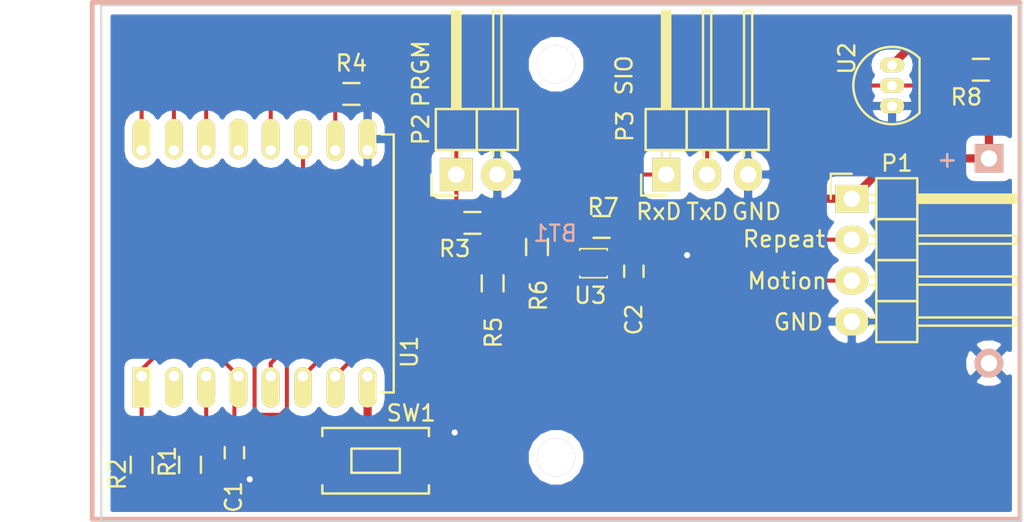
<source format=kicad_pcb>
(kicad_pcb (version 4) (host pcbnew 0.201507310902+6023~28~ubuntu14.04.1-product)

  (general
    (links 43)
    (no_connects 0)
    (area 33.499499 84.499499 110.000501 133.000501)
    (thickness 1.6)
    (drawings 18)
    (tracks 117)
    (zones 0)
    (modules 20)
    (nets 20)
  )

  (page USLetter)
  (layers
    (0 F.Cu signal)
    (31 B.Cu signal)
    (32 B.Adhes user hide)
    (33 F.Adhes user hide)
    (34 B.Paste user hide)
    (35 F.Paste user hide)
    (36 B.SilkS user hide)
    (37 F.SilkS user)
    (38 B.Mask user hide)
    (39 F.Mask user hide)
    (40 Dwgs.User user hide)
    (41 Cmts.User user hide)
    (42 Eco1.User user hide)
    (43 Eco2.User user hide)
    (44 Edge.Cuts user)
    (45 Margin user)
    (46 B.CrtYd user hide)
    (47 F.CrtYd user hide)
    (48 B.Fab user hide)
    (49 F.Fab user hide)
  )

  (setup
    (last_trace_width 0.25)
    (trace_clearance 0.2)
    (zone_clearance 0.508)
    (zone_45_only no)
    (trace_min 0.1524)
    (segment_width 0.127)
    (edge_width 0.127)
    (via_size 0.7366)
    (via_drill 0.381)
    (via_min_size 0.3302)
    (via_min_drill 0.3302)
    (uvia_size 0.3)
    (uvia_drill 0.1)
    (uvias_allowed no)
    (uvia_min_size 0)
    (uvia_min_drill 0)
    (pcb_text_width 0.127)
    (pcb_text_size 0.6 0.6)
    (mod_edge_width 0.127)
    (mod_text_size 0.6 0.6)
    (mod_text_width 0.127)
    (pad_size 1.524 1.524)
    (pad_drill 0.762)
    (pad_to_mask_clearance 0.05)
    (aux_axis_origin 0 0)
    (visible_elements FFFEFF3F)
    (pcbplotparams
      (layerselection 0x00030_80000001)
      (usegerberextensions false)
      (excludeedgelayer true)
      (linewidth 0.100000)
      (plotframeref false)
      (viasonmask false)
      (mode 1)
      (useauxorigin false)
      (hpglpennumber 1)
      (hpglpenspeed 20)
      (hpglpendiameter 15)
      (hpglpenoverlay 2)
      (psnegative false)
      (psa4output false)
      (plotreference true)
      (plotvalue true)
      (plotinvisibletext false)
      (padsonsilk false)
      (subtractmaskfromsilk false)
      (outputformat 1)
      (mirror false)
      (drillshape 1)
      (scaleselection 1)
      (outputdirectory ""))
  )

  (net 0 "")
  (net 1 VCC)
  (net 2 GND)
  (net 3 "Net-(C1-Pad1)")
  (net 4 /SMD_VDD)
  (net 5 /SMD_GND)
  (net 6 /PIR-Motion)
  (net 7 /PIR-Repeat)
  (net 8 "Net-(P2-Pad1)")
  (net 9 "Net-(P3-Pad1)")
  (net 10 "Net-(P3-Pad2)")
  (net 11 "Net-(R1-Pad2)")
  (net 12 "Net-(R4-Pad1)")
  (net 13 /I2C_SDA)
  (net 14 /I2C_SCL)
  (net 15 "Net-(R7-Pad2)")
  (net 16 "Net-(R8-Pad2)")
  (net 17 "Net-(U1-Pad2)")
  (net 18 "Net-(U1-Pad13)")
  (net 19 "Net-(U3-Pad3)")

  (net_class Default "This is the default net class."
    (clearance 0.2)
    (trace_width 0.25)
    (via_dia 0.7366)
    (via_drill 0.381)
    (uvia_dia 0.3)
    (uvia_drill 0.1)
    (add_net /I2C_SCL)
    (add_net /I2C_SDA)
    (add_net /PIR-Motion)
    (add_net /PIR-Repeat)
    (add_net /SMD_GND)
    (add_net /SMD_VDD)
    (add_net "Net-(C1-Pad1)")
    (add_net "Net-(P2-Pad1)")
    (add_net "Net-(P3-Pad1)")
    (add_net "Net-(P3-Pad2)")
    (add_net "Net-(R1-Pad2)")
    (add_net "Net-(R4-Pad1)")
    (add_net "Net-(R7-Pad2)")
    (add_net "Net-(R8-Pad2)")
    (add_net "Net-(U1-Pad13)")
    (add_net "Net-(U1-Pad2)")
    (add_net "Net-(U3-Pad3)")
  )

  (net_class Minimum ""
    (clearance 0.1524)
    (trace_width 0.1524)
    (via_dia 0.6858)
    (via_drill 0.3302)
    (uvia_dia 0.3)
    (uvia_drill 0.1)
  )

  (net_class PWR ""
    (clearance 0.2)
    (trace_width 0.508)
    (via_dia 0.7366)
    (via_drill 0.381)
    (uvia_dia 0.3)
    (uvia_drill 0.1)
    (add_net GND)
    (add_net VCC)
  )

  (module ESP-12 locked (layer F.Cu) (tedit 55BE5912) (tstamp 556A4053)
    (at 47.5 113.5 90)
    (descr "Module, ESP-8266, ESP-12, 16 pad, SMD")
    (tags "Module ESP-8266 ESP8266")
    (path /553B1129)
    (fp_text reference U1 (at 1.5 16.6 90) (layer F.SilkS)
      (effects (font (size 1 1) (thickness 0.15)))
    )
    (fp_text value ESP-12 (at 6.992 1 90) (layer F.Fab)
      (effects (font (size 1 1) (thickness 0.15)))
    )
    (fp_line (start -2.25 -0.5) (end -2.25 -8.75) (layer F.CrtYd) (width 0.05))
    (fp_line (start -2.25 -8.75) (end 15.25 -8.75) (layer F.CrtYd) (width 0.05))
    (fp_line (start 15.25 -8.75) (end 16.25 -8.75) (layer F.CrtYd) (width 0.05))
    (fp_line (start 16.25 -8.75) (end 16.25 16) (layer F.CrtYd) (width 0.05))
    (fp_line (start 16.25 16) (end -2.25 16) (layer F.CrtYd) (width 0.05))
    (fp_line (start -2.25 16) (end -2.25 -0.5) (layer F.CrtYd) (width 0.05))
    (fp_line (start -1.016 -8.382) (end 14.986 -8.382) (layer F.CrtYd) (width 0.1524))
    (fp_line (start 14.986 -8.382) (end 14.986 -0.889) (layer F.CrtYd) (width 0.1524))
    (fp_line (start -1.016 -8.382) (end -1.016 -1.016) (layer F.CrtYd) (width 0.1524))
    (fp_line (start -1.016 14.859) (end -1.016 15.621) (layer F.SilkS) (width 0.1524))
    (fp_line (start -1.016 15.621) (end 14.986 15.621) (layer F.SilkS) (width 0.1524))
    (fp_line (start 14.986 15.621) (end 14.986 14.859) (layer F.SilkS) (width 0.1524))
    (fp_line (start 14.992 -8.4) (end -1.008 -2.6) (layer F.CrtYd) (width 0.1524))
    (fp_line (start -1.008 -8.4) (end 14.992 -2.6) (layer F.CrtYd) (width 0.1524))
    (fp_text user "No Copper" (at 6.892 -5.4 90) (layer F.CrtYd)
      (effects (font (size 1 1) (thickness 0.15)))
    )
    (fp_line (start -1.008 -2.6) (end 14.992 -2.6) (layer F.CrtYd) (width 0.1524))
    (fp_line (start 15 -8.4) (end 15 15.6) (layer F.Fab) (width 0.05))
    (fp_line (start 14.992 15.6) (end -1.008 15.6) (layer F.Fab) (width 0.05))
    (fp_line (start -1.008 15.6) (end -1.008 -8.4) (layer F.Fab) (width 0.05))
    (fp_line (start -1.008 -8.4) (end 14.992 -8.4) (layer F.Fab) (width 0.05))
    (pad 1 thru_hole rect (at 0 0 90) (size 2.5 1.1) (drill 0.65 (offset -0.7 0)) (layers *.Cu *.Mask F.SilkS)
      (net 3 "Net-(C1-Pad1)"))
    (pad 2 thru_hole oval (at 0 2 90) (size 2.5 1.1) (drill 0.65 (offset -0.7 0)) (layers *.Cu *.Mask F.SilkS)
      (net 17 "Net-(U1-Pad2)"))
    (pad 3 thru_hole oval (at 0 4 90) (size 2.5 1.1) (drill 0.65 (offset -0.7 0)) (layers *.Cu *.Mask F.SilkS)
      (net 11 "Net-(R1-Pad2)"))
    (pad 4 thru_hole oval (at 0 6 90) (size 2.5 1.1) (drill 0.65 (offset -0.7 0)) (layers *.Cu *.Mask F.SilkS)
      (net 3 "Net-(C1-Pad1)"))
    (pad 5 thru_hole oval (at 0 8 90) (size 2.5 1.1) (drill 0.65 (offset -0.7 0)) (layers *.Cu *.Mask F.SilkS)
      (net 14 /I2C_SCL))
    (pad 6 thru_hole oval (at 0 10 90) (size 2.5 1.1) (drill 0.65 (offset -0.7 0)) (layers *.Cu *.Mask F.SilkS)
      (net 7 /PIR-Repeat))
    (pad 7 thru_hole oval (at 0 12 90) (size 2.5 1.1) (drill 0.65 (offset -0.7 0)) (layers *.Cu *.Mask F.SilkS)
      (net 6 /PIR-Motion))
    (pad 8 thru_hole oval (at 0 14 90) (size 2.5 1.1) (drill 0.65 (offset -0.7 0)) (layers *.Cu *.Mask F.SilkS)
      (net 1 VCC))
    (pad 9 thru_hole oval (at 14 14 90) (size 2.5 1.1) (drill 0.65 (offset 0.7 0)) (layers *.Cu *.Mask F.SilkS)
      (net 2 GND))
    (pad 10 thru_hole oval (at 14 12 90) (size 2.5 1.1) (drill 0.65 (offset 0.6 0)) (layers *.Cu *.Mask F.SilkS)
      (net 12 "Net-(R4-Pad1)"))
    (pad 11 thru_hole oval (at 14 10 90) (size 2.5 1.1) (drill 0.65 (offset 0.7 0)) (layers *.Cu *.Mask F.SilkS)
      (net 13 /I2C_SDA))
    (pad 12 thru_hole oval (at 14 8 90) (size 2.5 1.1) (drill 0.65 (offset 0.7 0)) (layers *.Cu *.Mask F.SilkS)
      (net 8 "Net-(P2-Pad1)"))
    (pad 13 thru_hole oval (at 14 6 90) (size 2.5 1.1) (drill 0.65 (offset 0.7 0)) (layers *.Cu *.Mask F.SilkS)
      (net 18 "Net-(U1-Pad13)"))
    (pad 14 thru_hole oval (at 14 4 90) (size 2.5 1.1) (drill 0.65 (offset 0.7 0)) (layers *.Cu *.Mask F.SilkS)
      (net 16 "Net-(R8-Pad2)"))
    (pad 15 thru_hole oval (at 14 2 90) (size 2.5 1.1) (drill 0.65 (offset 0.7 0)) (layers *.Cu *.Mask F.SilkS)
      (net 9 "Net-(P3-Pad1)"))
    (pad 16 thru_hole oval (at 14 0 90) (size 2.5 1.1) (drill 0.65 (offset 0.7 0)) (layers *.Cu *.Mask F.SilkS)
      (net 10 "Net-(P3-Pad2)"))
    (model ${ESPLIB}/ESP8266.3dshapes/ESP-12.wrl
      (at (xyz 0 0 0))
      (scale (xyz 0.3937 0.3937 0.3937))
      (rotate (xyz 0 0 0))
    )
  )

  (module Battery_Holders:BA2AAPC locked (layer B.Cu) (tedit 5562AEAD) (tstamp 556A3FDC)
    (at 100 100)
    (path /553B11A0)
    (fp_text reference BT1 (at -26.87976 4.65) (layer B.SilkS)
      (effects (font (size 1 1) (thickness 0.15)) (justify mirror))
    )
    (fp_text value 3v (at -27.07976 7.95) (layer B.Fab)
      (effects (font (size 1 1) (thickness 0.15)) (justify mirror))
    )
    (fp_text user + (at -2.57976 0.05) (layer F.SilkS)
      (effects (font (size 1 1) (thickness 0.15)))
    )
    (fp_text user + (at -2.57976 0.05) (layer B.SilkS)
      (effects (font (size 1 1) (thickness 0.15)) (justify mirror))
    )
    (fp_line (start 1.92024 -9.675) (end -55.55976 -9.675) (layer B.SilkS) (width 0.3))
    (fp_line (start -55.55976 22.375) (end -55.55976 -9.675) (layer B.SilkS) (width 0.3))
    (fp_line (start 1.92024 22.375) (end -55.55976 22.375) (layer B.SilkS) (width 0.3))
    (fp_line (start 1.92024 22.375) (end 1.92024 -9.675) (layer B.SilkS) (width 0.3))
    (pad 1 thru_hole rect (at 0.00024 0) (size 1.782 1.782) (drill 1.02) (layers *.Cu *.Mask B.SilkS)
      (net 1 VCC))
    (pad 2 thru_hole circle (at 0.00024 12.7) (size 1.782 1.782) (drill 1.02) (layers *.Cu *.Mask B.SilkS)
      (net 2 GND))
    (pad 3 thru_hole circle (at -26.82 -5.84) (size 2.36 2.36) (drill 2.36) (layers *.Cu *.Mask B.SilkS))
    (pad 4 thru_hole circle (at -26.82 18.54) (size 2.36 2.36) (drill 2.36) (layers *.Cu *.Mask B.SilkS))
    (model /home/jerry/kicad/modules/packages3d/BA2AAPC.wrl
      (at (xyz -1.06 0.25 -0.202))
      (scale (xyz 0.3937 0.3937 0.3937))
      (rotate (xyz -90 0 180))
    )
  )

  (module Capacitors_SMD:C_0603_HandSoldering (layer F.Cu) (tedit 556A94A8) (tstamp 556A3FE2)
    (at 53.25 118.25 270)
    (descr "Capacitor SMD 0603, hand soldering")
    (tags "capacitor 0603")
    (path /553B198B)
    (attr smd)
    (fp_text reference C1 (at 2.75 0.05 270) (layer F.SilkS)
      (effects (font (size 1 1) (thickness 0.15)))
    )
    (fp_text value "0.1 uF" (at 0 1.9 270) (layer F.Fab)
      (effects (font (size 1 1) (thickness 0.15)))
    )
    (fp_line (start -1.85 -0.75) (end 1.85 -0.75) (layer F.CrtYd) (width 0.05))
    (fp_line (start -1.85 0.75) (end 1.85 0.75) (layer F.CrtYd) (width 0.05))
    (fp_line (start -1.85 -0.75) (end -1.85 0.75) (layer F.CrtYd) (width 0.05))
    (fp_line (start 1.85 -0.75) (end 1.85 0.75) (layer F.CrtYd) (width 0.05))
    (fp_line (start -0.35 -0.6) (end 0.35 -0.6) (layer F.SilkS) (width 0.15))
    (fp_line (start 0.35 0.6) (end -0.35 0.6) (layer F.SilkS) (width 0.15))
    (pad 1 smd rect (at -0.95 0 270) (size 1.2 0.75) (layers F.Cu F.Paste F.Mask)
      (net 3 "Net-(C1-Pad1)"))
    (pad 2 smd rect (at 0.95 0 270) (size 1.2 0.75) (layers F.Cu F.Paste F.Mask)
      (net 2 GND))
    (model Capacitors_SMD.3dshapes/C_0603_HandSoldering.wrl
      (at (xyz 0 0 0))
      (scale (xyz 1 1 1))
      (rotate (xyz 0 0 0))
    )
  )

  (module Capacitors_SMD:C_0603_HandSoldering (layer F.Cu) (tedit 556A9507) (tstamp 556A3FE8)
    (at 78 107 90)
    (descr "Capacitor SMD 0603, hand soldering")
    (tags "capacitor 0603")
    (path /55BD7234)
    (attr smd)
    (fp_text reference C2 (at -3 0 90) (layer F.SilkS)
      (effects (font (size 1 1) (thickness 0.15)))
    )
    (fp_text value "0.1 uF" (at 0 1.9 90) (layer F.Fab)
      (effects (font (size 1 1) (thickness 0.15)))
    )
    (fp_line (start -1.85 -0.75) (end 1.85 -0.75) (layer F.CrtYd) (width 0.05))
    (fp_line (start -1.85 0.75) (end 1.85 0.75) (layer F.CrtYd) (width 0.05))
    (fp_line (start -1.85 -0.75) (end -1.85 0.75) (layer F.CrtYd) (width 0.05))
    (fp_line (start 1.85 -0.75) (end 1.85 0.75) (layer F.CrtYd) (width 0.05))
    (fp_line (start -0.35 -0.6) (end 0.35 -0.6) (layer F.SilkS) (width 0.15))
    (fp_line (start 0.35 0.6) (end -0.35 0.6) (layer F.SilkS) (width 0.15))
    (pad 1 smd rect (at -0.95 0 90) (size 1.2 0.75) (layers F.Cu F.Paste F.Mask)
      (net 4 /SMD_VDD))
    (pad 2 smd rect (at 0.95 0 90) (size 1.2 0.75) (layers F.Cu F.Paste F.Mask)
      (net 5 /SMD_GND))
    (model Capacitors_SMD.3dshapes/C_0603_HandSoldering.wrl
      (at (xyz 0 0 0))
      (scale (xyz 1 1 1))
      (rotate (xyz 0 0 0))
    )
  )

  (module Pin_Headers:Pin_Header_Angled_1x04 locked (layer F.Cu) (tedit 556A955F) (tstamp 556A3FFC)
    (at 91.5 102.5)
    (descr "Through hole pin header")
    (tags "pin header")
    (path /5558F881)
    (fp_text reference P1 (at 2.8 -2.2) (layer F.SilkS)
      (effects (font (size 1 1) (thickness 0.15)))
    )
    (fp_text value PIR (at 0 -3.1) (layer F.Fab)
      (effects (font (size 1 1) (thickness 0.15)))
    )
    (fp_line (start -1.5 -1.75) (end -1.5 9.4) (layer F.CrtYd) (width 0.05))
    (fp_line (start 10.65 -1.75) (end 10.65 9.4) (layer F.CrtYd) (width 0.05))
    (fp_line (start -1.5 -1.75) (end 10.65 -1.75) (layer F.CrtYd) (width 0.05))
    (fp_line (start -1.5 9.4) (end 10.65 9.4) (layer F.CrtYd) (width 0.05))
    (fp_line (start -1.3 -1.55) (end -1.3 0) (layer F.SilkS) (width 0.15))
    (fp_line (start 0 -1.55) (end -1.3 -1.55) (layer F.SilkS) (width 0.15))
    (fp_line (start 4.191 -0.127) (end 10.033 -0.127) (layer F.SilkS) (width 0.15))
    (fp_line (start 10.033 -0.127) (end 10.033 0.127) (layer F.SilkS) (width 0.15))
    (fp_line (start 10.033 0.127) (end 4.191 0.127) (layer F.SilkS) (width 0.15))
    (fp_line (start 4.191 0.127) (end 4.191 0) (layer F.SilkS) (width 0.15))
    (fp_line (start 4.191 0) (end 10.033 0) (layer F.SilkS) (width 0.15))
    (fp_line (start 1.524 -0.254) (end 1.143 -0.254) (layer F.SilkS) (width 0.15))
    (fp_line (start 1.524 0.254) (end 1.143 0.254) (layer F.SilkS) (width 0.15))
    (fp_line (start 1.524 2.286) (end 1.143 2.286) (layer F.SilkS) (width 0.15))
    (fp_line (start 1.524 2.794) (end 1.143 2.794) (layer F.SilkS) (width 0.15))
    (fp_line (start 1.524 4.826) (end 1.143 4.826) (layer F.SilkS) (width 0.15))
    (fp_line (start 1.524 5.334) (end 1.143 5.334) (layer F.SilkS) (width 0.15))
    (fp_line (start 1.524 7.874) (end 1.143 7.874) (layer F.SilkS) (width 0.15))
    (fp_line (start 1.524 7.366) (end 1.143 7.366) (layer F.SilkS) (width 0.15))
    (fp_line (start 1.524 -1.27) (end 4.064 -1.27) (layer F.SilkS) (width 0.15))
    (fp_line (start 1.524 1.27) (end 4.064 1.27) (layer F.SilkS) (width 0.15))
    (fp_line (start 1.524 1.27) (end 1.524 3.81) (layer F.SilkS) (width 0.15))
    (fp_line (start 1.524 3.81) (end 4.064 3.81) (layer F.SilkS) (width 0.15))
    (fp_line (start 4.064 2.286) (end 10.16 2.286) (layer F.SilkS) (width 0.15))
    (fp_line (start 10.16 2.286) (end 10.16 2.794) (layer F.SilkS) (width 0.15))
    (fp_line (start 10.16 2.794) (end 4.064 2.794) (layer F.SilkS) (width 0.15))
    (fp_line (start 4.064 3.81) (end 4.064 1.27) (layer F.SilkS) (width 0.15))
    (fp_line (start 4.064 1.27) (end 4.064 -1.27) (layer F.SilkS) (width 0.15))
    (fp_line (start 10.16 0.254) (end 4.064 0.254) (layer F.SilkS) (width 0.15))
    (fp_line (start 10.16 -0.254) (end 10.16 0.254) (layer F.SilkS) (width 0.15))
    (fp_line (start 4.064 -0.254) (end 10.16 -0.254) (layer F.SilkS) (width 0.15))
    (fp_line (start 1.524 1.27) (end 4.064 1.27) (layer F.SilkS) (width 0.15))
    (fp_line (start 1.524 -1.27) (end 1.524 1.27) (layer F.SilkS) (width 0.15))
    (fp_line (start 1.524 6.35) (end 4.064 6.35) (layer F.SilkS) (width 0.15))
    (fp_line (start 1.524 6.35) (end 1.524 8.89) (layer F.SilkS) (width 0.15))
    (fp_line (start 1.524 8.89) (end 4.064 8.89) (layer F.SilkS) (width 0.15))
    (fp_line (start 4.064 7.366) (end 10.16 7.366) (layer F.SilkS) (width 0.15))
    (fp_line (start 10.16 7.366) (end 10.16 7.874) (layer F.SilkS) (width 0.15))
    (fp_line (start 10.16 7.874) (end 4.064 7.874) (layer F.SilkS) (width 0.15))
    (fp_line (start 4.064 8.89) (end 4.064 6.35) (layer F.SilkS) (width 0.15))
    (fp_line (start 4.064 6.35) (end 4.064 3.81) (layer F.SilkS) (width 0.15))
    (fp_line (start 10.16 5.334) (end 4.064 5.334) (layer F.SilkS) (width 0.15))
    (fp_line (start 10.16 4.826) (end 10.16 5.334) (layer F.SilkS) (width 0.15))
    (fp_line (start 4.064 4.826) (end 10.16 4.826) (layer F.SilkS) (width 0.15))
    (fp_line (start 1.524 6.35) (end 4.064 6.35) (layer F.SilkS) (width 0.15))
    (fp_line (start 1.524 3.81) (end 1.524 6.35) (layer F.SilkS) (width 0.15))
    (fp_line (start 1.524 3.81) (end 4.064 3.81) (layer F.SilkS) (width 0.15))
    (pad 1 thru_hole rect (at 0 0) (size 2.032 1.7272) (drill 1.016) (layers *.Cu *.Mask F.SilkS)
      (net 1 VCC))
    (pad 2 thru_hole oval (at 0 2.54) (size 2.032 1.7272) (drill 1.016) (layers *.Cu *.Mask F.SilkS)
      (net 7 /PIR-Repeat))
    (pad 3 thru_hole oval (at 0 5.08) (size 2.032 1.7272) (drill 1.016) (layers *.Cu *.Mask F.SilkS)
      (net 6 /PIR-Motion))
    (pad 4 thru_hole oval (at 0 7.62) (size 2.032 1.7272) (drill 1.016) (layers *.Cu *.Mask F.SilkS)
      (net 2 GND))
    (model Pin_Headers.3dshapes/Pin_Header_Angled_1x04.wrl
      (at (xyz 0 -0.15 0))
      (scale (xyz 1 1 1))
      (rotate (xyz 0 0 90))
    )
  )

  (module Pin_Headers:Pin_Header_Angled_1x02 locked (layer F.Cu) (tedit 556A94DF) (tstamp 556A4002)
    (at 67 101 90)
    (descr "Through hole pin header")
    (tags "pin header")
    (path /554AF275)
    (fp_text reference P2 (at 2.8 -2.2 90) (layer F.SilkS)
      (effects (font (size 1 1) (thickness 0.15)))
    )
    (fp_text value PRGM (at 0 -3.1 90) (layer F.Fab)
      (effects (font (size 1 1) (thickness 0.15)))
    )
    (fp_line (start -1.5 -1.75) (end -1.5 4.3) (layer F.CrtYd) (width 0.05))
    (fp_line (start 10.65 -1.75) (end 10.65 4.3) (layer F.CrtYd) (width 0.05))
    (fp_line (start -1.5 -1.75) (end 10.65 -1.75) (layer F.CrtYd) (width 0.05))
    (fp_line (start -1.5 4.3) (end 10.65 4.3) (layer F.CrtYd) (width 0.05))
    (fp_line (start -1.3 -1.55) (end -1.3 0) (layer F.SilkS) (width 0.15))
    (fp_line (start 0 -1.55) (end -1.3 -1.55) (layer F.SilkS) (width 0.15))
    (fp_line (start 4.191 -0.127) (end 10.033 -0.127) (layer F.SilkS) (width 0.15))
    (fp_line (start 10.033 -0.127) (end 10.033 0.127) (layer F.SilkS) (width 0.15))
    (fp_line (start 10.033 0.127) (end 4.191 0.127) (layer F.SilkS) (width 0.15))
    (fp_line (start 4.191 0.127) (end 4.191 0) (layer F.SilkS) (width 0.15))
    (fp_line (start 4.191 0) (end 10.033 0) (layer F.SilkS) (width 0.15))
    (fp_line (start 1.524 -0.254) (end 1.143 -0.254) (layer F.SilkS) (width 0.15))
    (fp_line (start 1.524 0.254) (end 1.143 0.254) (layer F.SilkS) (width 0.15))
    (fp_line (start 1.524 2.286) (end 1.143 2.286) (layer F.SilkS) (width 0.15))
    (fp_line (start 1.524 2.794) (end 1.143 2.794) (layer F.SilkS) (width 0.15))
    (fp_line (start 1.524 -1.27) (end 4.064 -1.27) (layer F.SilkS) (width 0.15))
    (fp_line (start 1.524 1.27) (end 4.064 1.27) (layer F.SilkS) (width 0.15))
    (fp_line (start 1.524 1.27) (end 1.524 3.81) (layer F.SilkS) (width 0.15))
    (fp_line (start 1.524 3.81) (end 4.064 3.81) (layer F.SilkS) (width 0.15))
    (fp_line (start 4.064 2.286) (end 10.16 2.286) (layer F.SilkS) (width 0.15))
    (fp_line (start 10.16 2.286) (end 10.16 2.794) (layer F.SilkS) (width 0.15))
    (fp_line (start 10.16 2.794) (end 4.064 2.794) (layer F.SilkS) (width 0.15))
    (fp_line (start 4.064 3.81) (end 4.064 1.27) (layer F.SilkS) (width 0.15))
    (fp_line (start 4.064 1.27) (end 4.064 -1.27) (layer F.SilkS) (width 0.15))
    (fp_line (start 10.16 0.254) (end 4.064 0.254) (layer F.SilkS) (width 0.15))
    (fp_line (start 10.16 -0.254) (end 10.16 0.254) (layer F.SilkS) (width 0.15))
    (fp_line (start 4.064 -0.254) (end 10.16 -0.254) (layer F.SilkS) (width 0.15))
    (fp_line (start 1.524 1.27) (end 4.064 1.27) (layer F.SilkS) (width 0.15))
    (fp_line (start 1.524 -1.27) (end 1.524 1.27) (layer F.SilkS) (width 0.15))
    (pad 1 thru_hole rect (at 0 0 90) (size 2.032 2.032) (drill 1.016) (layers *.Cu *.Mask F.SilkS)
      (net 8 "Net-(P2-Pad1)"))
    (pad 2 thru_hole oval (at 0 2.54 90) (size 2.032 2.032) (drill 1.016) (layers *.Cu *.Mask F.SilkS)
      (net 2 GND))
    (model Pin_Headers.3dshapes/Pin_Header_Angled_1x02.wrl
      (at (xyz 0 -0.05 0))
      (scale (xyz 1 1 1))
      (rotate (xyz 0 0 90))
    )
  )

  (module Pin_Headers:Pin_Header_Angled_1x03 locked (layer F.Cu) (tedit 55936F75) (tstamp 556A4009)
    (at 80 101 90)
    (descr "Through hole pin header")
    (tags "pin header")
    (path /554AF41B)
    (fp_text reference P3 (at 3 -2.55 90) (layer F.SilkS)
      (effects (font (size 1 1) (thickness 0.15)))
    )
    (fp_text value "Serial I/O" (at 0 -3.1 90) (layer F.Fab)
      (effects (font (size 1 1) (thickness 0.15)))
    )
    (fp_line (start -1.5 -1.75) (end -1.5 6.85) (layer F.CrtYd) (width 0.05))
    (fp_line (start 10.65 -1.75) (end 10.65 6.85) (layer F.CrtYd) (width 0.05))
    (fp_line (start -1.5 -1.75) (end 10.65 -1.75) (layer F.CrtYd) (width 0.05))
    (fp_line (start -1.5 6.85) (end 10.65 6.85) (layer F.CrtYd) (width 0.05))
    (fp_line (start -1.3 -1.55) (end -1.3 0) (layer F.SilkS) (width 0.15))
    (fp_line (start 0 -1.55) (end -1.3 -1.55) (layer F.SilkS) (width 0.15))
    (fp_line (start 4.191 -0.127) (end 10.033 -0.127) (layer F.SilkS) (width 0.15))
    (fp_line (start 10.033 -0.127) (end 10.033 0.127) (layer F.SilkS) (width 0.15))
    (fp_line (start 10.033 0.127) (end 4.191 0.127) (layer F.SilkS) (width 0.15))
    (fp_line (start 4.191 0.127) (end 4.191 0) (layer F.SilkS) (width 0.15))
    (fp_line (start 4.191 0) (end 10.033 0) (layer F.SilkS) (width 0.15))
    (fp_line (start 1.524 -0.254) (end 1.143 -0.254) (layer F.SilkS) (width 0.15))
    (fp_line (start 1.524 0.254) (end 1.143 0.254) (layer F.SilkS) (width 0.15))
    (fp_line (start 1.524 2.286) (end 1.143 2.286) (layer F.SilkS) (width 0.15))
    (fp_line (start 1.524 2.794) (end 1.143 2.794) (layer F.SilkS) (width 0.15))
    (fp_line (start 1.524 4.826) (end 1.143 4.826) (layer F.SilkS) (width 0.15))
    (fp_line (start 1.524 5.334) (end 1.143 5.334) (layer F.SilkS) (width 0.15))
    (fp_line (start 4.064 1.27) (end 4.064 -1.27) (layer F.SilkS) (width 0.15))
    (fp_line (start 10.16 0.254) (end 4.064 0.254) (layer F.SilkS) (width 0.15))
    (fp_line (start 10.16 -0.254) (end 10.16 0.254) (layer F.SilkS) (width 0.15))
    (fp_line (start 4.064 -0.254) (end 10.16 -0.254) (layer F.SilkS) (width 0.15))
    (fp_line (start 1.524 1.27) (end 4.064 1.27) (layer F.SilkS) (width 0.15))
    (fp_line (start 1.524 -1.27) (end 1.524 1.27) (layer F.SilkS) (width 0.15))
    (fp_line (start 1.524 -1.27) (end 4.064 -1.27) (layer F.SilkS) (width 0.15))
    (fp_line (start 1.524 3.81) (end 4.064 3.81) (layer F.SilkS) (width 0.15))
    (fp_line (start 1.524 3.81) (end 1.524 6.35) (layer F.SilkS) (width 0.15))
    (fp_line (start 4.064 4.826) (end 10.16 4.826) (layer F.SilkS) (width 0.15))
    (fp_line (start 10.16 4.826) (end 10.16 5.334) (layer F.SilkS) (width 0.15))
    (fp_line (start 10.16 5.334) (end 4.064 5.334) (layer F.SilkS) (width 0.15))
    (fp_line (start 4.064 6.35) (end 4.064 3.81) (layer F.SilkS) (width 0.15))
    (fp_line (start 4.064 3.81) (end 4.064 1.27) (layer F.SilkS) (width 0.15))
    (fp_line (start 10.16 2.794) (end 4.064 2.794) (layer F.SilkS) (width 0.15))
    (fp_line (start 10.16 2.286) (end 10.16 2.794) (layer F.SilkS) (width 0.15))
    (fp_line (start 4.064 2.286) (end 10.16 2.286) (layer F.SilkS) (width 0.15))
    (fp_line (start 1.524 3.81) (end 4.064 3.81) (layer F.SilkS) (width 0.15))
    (fp_line (start 1.524 1.27) (end 1.524 3.81) (layer F.SilkS) (width 0.15))
    (fp_line (start 1.524 1.27) (end 4.064 1.27) (layer F.SilkS) (width 0.15))
    (fp_line (start 1.524 6.35) (end 4.064 6.35) (layer F.SilkS) (width 0.15))
    (pad 1 thru_hole rect (at 0 0 90) (size 2.032 1.7272) (drill 1.016) (layers *.Cu *.Mask F.SilkS)
      (net 9 "Net-(P3-Pad1)"))
    (pad 2 thru_hole oval (at 0 2.54 90) (size 2.032 1.7272) (drill 1.016) (layers *.Cu *.Mask F.SilkS)
      (net 10 "Net-(P3-Pad2)"))
    (pad 3 thru_hole oval (at 0 5.08 90) (size 2.032 1.7272) (drill 1.016) (layers *.Cu *.Mask F.SilkS)
      (net 2 GND))
    (model Pin_Headers.3dshapes/Pin_Header_Angled_1x03.wrl
      (at (xyz 0 -0.1 0))
      (scale (xyz 1 1 1))
      (rotate (xyz 0 0 90))
    )
  )

  (module Resistors_SMD:R_0603_HandSoldering (layer F.Cu) (tedit 556A9498) (tstamp 556A400F)
    (at 50.5 119 90)
    (descr "Resistor SMD 0603, hand soldering")
    (tags "resistor 0603")
    (path /553B1531)
    (attr smd)
    (fp_text reference R1 (at 0.2 -1.4 90) (layer F.SilkS)
      (effects (font (size 1 1) (thickness 0.15)))
    )
    (fp_text value 100 (at 0 1.9 90) (layer F.Fab)
      (effects (font (size 1 1) (thickness 0.15)))
    )
    (fp_line (start -2 -0.8) (end 2 -0.8) (layer F.CrtYd) (width 0.05))
    (fp_line (start -2 0.8) (end 2 0.8) (layer F.CrtYd) (width 0.05))
    (fp_line (start -2 -0.8) (end -2 0.8) (layer F.CrtYd) (width 0.05))
    (fp_line (start 2 -0.8) (end 2 0.8) (layer F.CrtYd) (width 0.05))
    (fp_line (start 0.5 0.675) (end -0.5 0.675) (layer F.SilkS) (width 0.15))
    (fp_line (start -0.5 -0.675) (end 0.5 -0.675) (layer F.SilkS) (width 0.15))
    (pad 1 smd rect (at -1.1 0 90) (size 1.2 0.9) (layers F.Cu F.Paste F.Mask)
      (net 1 VCC))
    (pad 2 smd rect (at 1.1 0 90) (size 1.2 0.9) (layers F.Cu F.Paste F.Mask)
      (net 11 "Net-(R1-Pad2)"))
    (model Resistors_SMD.3dshapes/R_0603_HandSoldering.wrl
      (at (xyz 0 0 0))
      (scale (xyz 1 1 1))
      (rotate (xyz 0 0 0))
    )
  )

  (module Resistors_SMD:R_0603_HandSoldering (layer F.Cu) (tedit 556A9491) (tstamp 556A4015)
    (at 47.5 119 90)
    (descr "Resistor SMD 0603, hand soldering")
    (tags "resistor 0603")
    (path /55BD848F)
    (attr smd)
    (fp_text reference R2 (at -0.6 -1.5 90) (layer F.SilkS)
      (effects (font (size 1 1) (thickness 0.15)))
    )
    (fp_text value 10k (at 0 1.9 90) (layer F.Fab)
      (effects (font (size 1 1) (thickness 0.15)))
    )
    (fp_line (start -2 -0.8) (end 2 -0.8) (layer F.CrtYd) (width 0.05))
    (fp_line (start -2 0.8) (end 2 0.8) (layer F.CrtYd) (width 0.05))
    (fp_line (start -2 -0.8) (end -2 0.8) (layer F.CrtYd) (width 0.05))
    (fp_line (start 2 -0.8) (end 2 0.8) (layer F.CrtYd) (width 0.05))
    (fp_line (start 0.5 0.675) (end -0.5 0.675) (layer F.SilkS) (width 0.15))
    (fp_line (start -0.5 -0.675) (end 0.5 -0.675) (layer F.SilkS) (width 0.15))
    (pad 1 smd rect (at -1.1 0 90) (size 1.2 0.9) (layers F.Cu F.Paste F.Mask)
      (net 1 VCC))
    (pad 2 smd rect (at 1.1 0 90) (size 1.2 0.9) (layers F.Cu F.Paste F.Mask)
      (net 3 "Net-(C1-Pad1)"))
    (model Resistors_SMD.3dshapes/R_0603_HandSoldering.wrl
      (at (xyz 0 0 0))
      (scale (xyz 1 1 1))
      (rotate (xyz 0 0 0))
    )
  )

  (module Resistors_SMD:R_0603_HandSoldering (layer F.Cu) (tedit 556A94E9) (tstamp 556A401B)
    (at 68 104 180)
    (descr "Resistor SMD 0603, hand soldering")
    (tags "resistor 0603")
    (path /553B1579)
    (attr smd)
    (fp_text reference R3 (at 1.1 -1.6 180) (layer F.SilkS)
      (effects (font (size 1 1) (thickness 0.15)))
    )
    (fp_text value 10k (at 0 1.9 180) (layer F.Fab)
      (effects (font (size 1 1) (thickness 0.15)))
    )
    (fp_line (start -2 -0.8) (end 2 -0.8) (layer F.CrtYd) (width 0.05))
    (fp_line (start -2 0.8) (end 2 0.8) (layer F.CrtYd) (width 0.05))
    (fp_line (start -2 -0.8) (end -2 0.8) (layer F.CrtYd) (width 0.05))
    (fp_line (start 2 -0.8) (end 2 0.8) (layer F.CrtYd) (width 0.05))
    (fp_line (start 0.5 0.675) (end -0.5 0.675) (layer F.SilkS) (width 0.15))
    (fp_line (start -0.5 -0.675) (end 0.5 -0.675) (layer F.SilkS) (width 0.15))
    (pad 1 smd rect (at -1.1 0 180) (size 1.2 0.9) (layers F.Cu F.Paste F.Mask)
      (net 1 VCC))
    (pad 2 smd rect (at 1.1 0 180) (size 1.2 0.9) (layers F.Cu F.Paste F.Mask)
      (net 8 "Net-(P2-Pad1)"))
    (model Resistors_SMD.3dshapes/R_0603_HandSoldering.wrl
      (at (xyz 0 0 0))
      (scale (xyz 1 1 1))
      (rotate (xyz 0 0 0))
    )
  )

  (module Resistors_SMD:R_0603_HandSoldering (layer F.Cu) (tedit 5418A00F) (tstamp 556A4021)
    (at 60.5 96)
    (descr "Resistor SMD 0603, hand soldering")
    (tags "resistor 0603")
    (path /553B1C8F)
    (attr smd)
    (fp_text reference R4 (at 0 -1.9) (layer F.SilkS)
      (effects (font (size 1 1) (thickness 0.15)))
    )
    (fp_text value 1k (at 0 1.9) (layer F.Fab)
      (effects (font (size 1 1) (thickness 0.15)))
    )
    (fp_line (start -2 -0.8) (end 2 -0.8) (layer F.CrtYd) (width 0.05))
    (fp_line (start -2 0.8) (end 2 0.8) (layer F.CrtYd) (width 0.05))
    (fp_line (start -2 -0.8) (end -2 0.8) (layer F.CrtYd) (width 0.05))
    (fp_line (start 2 -0.8) (end 2 0.8) (layer F.CrtYd) (width 0.05))
    (fp_line (start 0.5 0.675) (end -0.5 0.675) (layer F.SilkS) (width 0.15))
    (fp_line (start -0.5 -0.675) (end 0.5 -0.675) (layer F.SilkS) (width 0.15))
    (pad 1 smd rect (at -1.1 0) (size 1.2 0.9) (layers F.Cu F.Paste F.Mask)
      (net 12 "Net-(R4-Pad1)"))
    (pad 2 smd rect (at 1.1 0) (size 1.2 0.9) (layers F.Cu F.Paste F.Mask)
      (net 2 GND))
    (model Resistors_SMD.3dshapes/R_0603_HandSoldering.wrl
      (at (xyz 0 0 0))
      (scale (xyz 1 1 1))
      (rotate (xyz 0 0 0))
    )
  )

  (module Resistors_SMD:R_0603_HandSoldering (layer F.Cu) (tedit 556A94F3) (tstamp 556A4027)
    (at 69.25 107.75 270)
    (descr "Resistor SMD 0603, hand soldering")
    (tags "resistor 0603")
    (path /55590353)
    (attr smd)
    (fp_text reference R5 (at 3.05 -0.05 270) (layer F.SilkS)
      (effects (font (size 1 1) (thickness 0.15)))
    )
    (fp_text value 4.7k (at 0 1.9 270) (layer F.Fab)
      (effects (font (size 1 1) (thickness 0.15)))
    )
    (fp_line (start -2 -0.8) (end 2 -0.8) (layer F.CrtYd) (width 0.05))
    (fp_line (start -2 0.8) (end 2 0.8) (layer F.CrtYd) (width 0.05))
    (fp_line (start -2 -0.8) (end -2 0.8) (layer F.CrtYd) (width 0.05))
    (fp_line (start 2 -0.8) (end 2 0.8) (layer F.CrtYd) (width 0.05))
    (fp_line (start 0.5 0.675) (end -0.5 0.675) (layer F.SilkS) (width 0.15))
    (fp_line (start -0.5 -0.675) (end 0.5 -0.675) (layer F.SilkS) (width 0.15))
    (pad 1 smd rect (at -1.1 0 270) (size 1.2 0.9) (layers F.Cu F.Paste F.Mask)
      (net 1 VCC))
    (pad 2 smd rect (at 1.1 0 270) (size 1.2 0.9) (layers F.Cu F.Paste F.Mask)
      (net 13 /I2C_SDA))
    (model Resistors_SMD.3dshapes/R_0603_HandSoldering.wrl
      (at (xyz 0 0 0))
      (scale (xyz 1 1 1))
      (rotate (xyz 0 0 0))
    )
  )

  (module Resistors_SMD:R_0603_HandSoldering (layer F.Cu) (tedit 556A94F7) (tstamp 556A402D)
    (at 72 105.5 270)
    (descr "Resistor SMD 0603, hand soldering")
    (tags "resistor 0603")
    (path /55B84C58)
    (attr smd)
    (fp_text reference R6 (at 3 -0.1 270) (layer F.SilkS)
      (effects (font (size 1 1) (thickness 0.15)))
    )
    (fp_text value 4.7k (at 0 1.9 270) (layer F.Fab)
      (effects (font (size 1 1) (thickness 0.15)))
    )
    (fp_line (start -2 -0.8) (end 2 -0.8) (layer F.CrtYd) (width 0.05))
    (fp_line (start -2 0.8) (end 2 0.8) (layer F.CrtYd) (width 0.05))
    (fp_line (start -2 -0.8) (end -2 0.8) (layer F.CrtYd) (width 0.05))
    (fp_line (start 2 -0.8) (end 2 0.8) (layer F.CrtYd) (width 0.05))
    (fp_line (start 0.5 0.675) (end -0.5 0.675) (layer F.SilkS) (width 0.15))
    (fp_line (start -0.5 -0.675) (end 0.5 -0.675) (layer F.SilkS) (width 0.15))
    (pad 1 smd rect (at -1.1 0 270) (size 1.2 0.9) (layers F.Cu F.Paste F.Mask)
      (net 1 VCC))
    (pad 2 smd rect (at 1.1 0 270) (size 1.2 0.9) (layers F.Cu F.Paste F.Mask)
      (net 14 /I2C_SCL))
    (model Resistors_SMD.3dshapes/R_0603_HandSoldering.wrl
      (at (xyz 0 0 0))
      (scale (xyz 1 1 1))
      (rotate (xyz 0 0 0))
    )
  )

  (module Resistors_SMD:R_0603_HandSoldering (layer F.Cu) (tedit 556A954E) (tstamp 556A4033)
    (at 76 104.25 180)
    (descr "Resistor SMD 0603, hand soldering")
    (tags "resistor 0603")
    (path /55B84DA8)
    (attr smd)
    (fp_text reference R7 (at -0.1 1.25 180) (layer F.SilkS)
      (effects (font (size 1 1) (thickness 0.15)))
    )
    (fp_text value 4.7k (at 0 1.9 180) (layer F.Fab)
      (effects (font (size 1 1) (thickness 0.15)))
    )
    (fp_line (start -2 -0.8) (end 2 -0.8) (layer F.CrtYd) (width 0.05))
    (fp_line (start -2 0.8) (end 2 0.8) (layer F.CrtYd) (width 0.05))
    (fp_line (start -2 -0.8) (end -2 0.8) (layer F.CrtYd) (width 0.05))
    (fp_line (start 2 -0.8) (end 2 0.8) (layer F.CrtYd) (width 0.05))
    (fp_line (start 0.5 0.675) (end -0.5 0.675) (layer F.SilkS) (width 0.15))
    (fp_line (start -0.5 -0.675) (end 0.5 -0.675) (layer F.SilkS) (width 0.15))
    (pad 1 smd rect (at -1.1 0 180) (size 1.2 0.9) (layers F.Cu F.Paste F.Mask)
      (net 1 VCC))
    (pad 2 smd rect (at 1.1 0 180) (size 1.2 0.9) (layers F.Cu F.Paste F.Mask)
      (net 15 "Net-(R7-Pad2)"))
    (model Resistors_SMD.3dshapes/R_0603_HandSoldering.wrl
      (at (xyz 0 0 0))
      (scale (xyz 1 1 1))
      (rotate (xyz 0 0 0))
    )
  )

  (module Resistors_SMD:R_0603_HandSoldering (layer F.Cu) (tedit 556A9566) (tstamp 556A4039)
    (at 99.5 94.5 180)
    (descr "Resistor SMD 0603, hand soldering")
    (tags "resistor 0603")
    (path /55B85253)
    (attr smd)
    (fp_text reference R8 (at 0.9 -1.7 180) (layer F.SilkS)
      (effects (font (size 1 1) (thickness 0.15)))
    )
    (fp_text value 4.7k (at 0 1.9 180) (layer F.Fab)
      (effects (font (size 1 1) (thickness 0.15)))
    )
    (fp_line (start -2 -0.8) (end 2 -0.8) (layer F.CrtYd) (width 0.05))
    (fp_line (start -2 0.8) (end 2 0.8) (layer F.CrtYd) (width 0.05))
    (fp_line (start -2 -0.8) (end -2 0.8) (layer F.CrtYd) (width 0.05))
    (fp_line (start 2 -0.8) (end 2 0.8) (layer F.CrtYd) (width 0.05))
    (fp_line (start 0.5 0.675) (end -0.5 0.675) (layer F.SilkS) (width 0.15))
    (fp_line (start -0.5 -0.675) (end 0.5 -0.675) (layer F.SilkS) (width 0.15))
    (pad 1 smd rect (at -1.1 0 180) (size 1.2 0.9) (layers F.Cu F.Paste F.Mask)
      (net 1 VCC))
    (pad 2 smd rect (at 1.1 0 180) (size 1.2 0.9) (layers F.Cu F.Paste F.Mask)
      (net 16 "Net-(R8-Pad2)"))
    (model Resistors_SMD.3dshapes/R_0603_HandSoldering.wrl
      (at (xyz 0 0 0))
      (scale (xyz 1 1 1))
      (rotate (xyz 0 0 0))
    )
  )

  (module Buttons_Switches_SMD:SW_SPST_E-Switch_TL3302BF180QG (layer F.Cu) (tedit 556A94B8) (tstamp 556A403F)
    (at 62 118.75)
    (descr http://spec_sheets.e-switch.com/specs/P010523.pdf)
    (tags "Switch SPST SMD E-Switch")
    (path /554AE71A)
    (fp_text reference SW1 (at 2.2 -2.95) (layer F.SilkS)
      (effects (font (size 1 1) (thickness 0.15)))
    )
    (fp_text value Reset (at 0 3.048) (layer F.Fab)
      (effects (font (size 1 1) (thickness 0.15)))
    )
    (fp_line (start -1.5 -0.75) (end -1.5 0.75) (layer F.SilkS) (width 0.1524))
    (fp_line (start 1.5 0.75) (end -1.5 0.75) (layer F.SilkS) (width 0.1524))
    (fp_line (start 1.5 -0.75) (end 1.5 0.75) (layer F.SilkS) (width 0.1524))
    (fp_line (start -1.5 -0.75) (end 1.5 -0.75) (layer F.SilkS) (width 0.1524))
    (fp_line (start -3.302 1.524) (end -3.302 2.032) (layer F.SilkS) (width 0.1524))
    (fp_line (start -3.302 2.032) (end 3.302 2.032) (layer F.SilkS) (width 0.1524))
    (fp_line (start 3.302 2.032) (end 3.302 1.524) (layer F.SilkS) (width 0.1524))
    (fp_line (start -3.302 -2.032) (end -3.302 -1.524) (layer F.SilkS) (width 0.1524))
    (fp_line (start -3.302 -2.032) (end 3.048 -2.032) (layer F.SilkS) (width 0.1524))
    (fp_line (start 3.048 -2.032) (end 3.302 -2.032) (layer F.SilkS) (width 0.1524))
    (fp_line (start 3.302 -2.032) (end 3.302 -1.524) (layer F.SilkS) (width 0.1524))
    (fp_line (start -7.1 2.25) (end -7.1 -2.25) (layer F.CrtYd) (width 0.0762))
    (fp_line (start 7.1 2.25) (end -7.1 2.25) (layer F.CrtYd) (width 0.0762))
    (fp_line (start 7.1 -2.25) (end 7.1 2.25) (layer F.CrtYd) (width 0.0762))
    (fp_line (start -7.1 -2.25) (end 7.1 -2.25) (layer F.CrtYd) (width 0.0762))
    (pad 1 smd rect (at 4.925 0) (size 3.35 2.16) (layers F.Cu F.Paste F.Mask)
      (net 2 GND))
    (pad 2 smd rect (at -4.925 0) (size 3.35 2.16) (layers F.Cu F.Paste F.Mask)
      (net 3 "Net-(C1-Pad1)"))
    (model /home/jerry/kicad/modules/Buttons_Switches_SMD.3dshapes/TL3302BFxxxxG.wrl
      (at (xyz 0 0 0.012))
      (scale (xyz 0.3937 0.3937 0.3937))
      (rotate (xyz 0 0 0))
    )
  )

  (module Housings_TO-92:TO-92_Inline_Narrow_Oval placed (layer F.Cu) (tedit 556A9576) (tstamp 556A405A)
    (at 94 96.75 90)
    (descr "TO-92 leads in-line, narrow, oval pads, drill 0.6mm (see NXP sot054_po.pdf)")
    (tags "to-92 sc-43 sc-43a sot54 PA33 transistor")
    (path /55558175)
    (fp_text reference U2 (at 2.95 -2.8 90) (layer F.SilkS)
      (effects (font (size 1 1) (thickness 0.15)))
    )
    (fp_text value DS18B20 (at 0 3 90) (layer F.Fab)
      (effects (font (size 1 1) (thickness 0.15)))
    )
    (fp_line (start -1.4 1.95) (end -1.4 -2.65) (layer F.CrtYd) (width 0.05))
    (fp_line (start -1.4 1.95) (end 3.95 1.95) (layer F.CrtYd) (width 0.05))
    (fp_line (start -0.43 1.7) (end 2.97 1.7) (layer F.SilkS) (width 0.15))
    (fp_arc (start 1.27 0) (end 1.27 -2.4) (angle -135) (layer F.SilkS) (width 0.15))
    (fp_arc (start 1.27 0) (end 1.27 -2.4) (angle 135) (layer F.SilkS) (width 0.15))
    (fp_line (start -1.4 -2.65) (end 3.95 -2.65) (layer F.CrtYd) (width 0.05))
    (fp_line (start 3.95 1.95) (end 3.95 -2.65) (layer F.CrtYd) (width 0.05))
    (pad 2 thru_hole oval (at 1.27 0 270) (size 0.89916 1.50114) (drill 0.6) (layers *.Cu *.Mask F.SilkS)
      (net 16 "Net-(R8-Pad2)"))
    (pad 3 thru_hole oval (at 2.54 0 270) (size 0.89916 1.50114) (drill 0.6) (layers *.Cu *.Mask F.SilkS)
      (net 1 VCC))
    (pad 1 thru_hole oval (at 0 0 270) (size 0.89916 1.50114) (drill 0.6) (layers *.Cu *.Mask F.SilkS)
      (net 2 GND))
    (model Housings_TO-92.3dshapes/TO-92_Inline_Narrow_Oval.wrl
      (at (xyz 0.05 0 0))
      (scale (xyz 1 1 1))
      (rotate (xyz 0 0 -90))
    )
  )

  (module sensorNode:DFN-6_1.5x1.6mm_Pitch0.5mm placed (layer F.Cu) (tedit 556A94FE) (tstamp 556A4064)
    (at 75.5 106.5 180)
    (path /5558F488)
    (fp_text reference U3 (at 0.2 -2 180) (layer F.SilkS)
      (effects (font (size 1 1) (thickness 0.15)))
    )
    (fp_text value ISL29035 (at 0 2.5 180) (layer F.Fab)
      (effects (font (size 1 1) (thickness 0.15)))
    )
    (fp_line (start -0.85 0.8) (end -0.85 0.9) (layer F.SilkS) (width 0.1))
    (fp_line (start -0.85 0.9) (end 0.85 0.9) (layer F.SilkS) (width 0.1))
    (fp_line (start 0.85 0.9) (end 0.85 0.8) (layer F.SilkS) (width 0.1))
    (fp_line (start -0.85 -0.8) (end -0.85 -0.9) (layer F.SilkS) (width 0.1))
    (fp_line (start -0.85 -0.9) (end 0.85 -0.9) (layer F.SilkS) (width 0.1))
    (fp_line (start 0.85 -0.9) (end 0.85 -0.8) (layer F.SilkS) (width 0.1))
    (fp_line (start -1.25 -1.05) (end 1.25 -1.05) (layer F.CrtYd) (width 0.05))
    (fp_line (start 1.25 -1.05) (end 1.25 1.05) (layer F.CrtYd) (width 0.05))
    (fp_line (start 1.25 1.05) (end -1.25 1.05) (layer F.CrtYd) (width 0.05))
    (fp_line (start -1.25 1.05) (end -1.25 -1.05) (layer F.CrtYd) (width 0.05))
    (pad 1 smd rect (at -0.6 -0.5 180) (size 0.8 0.25) (drill (offset 0.075 0)) (layers F.Cu F.Paste F.Mask)
      (net 4 /SMD_VDD))
    (pad 2 smd rect (at -0.6 0 180) (size 0.65 0.25) (layers F.Cu F.Paste F.Mask)
      (net 5 /SMD_GND))
    (pad 3 smd rect (at -0.6 0.5 180) (size 0.65 0.25) (layers F.Cu F.Paste F.Mask)
      (net 19 "Net-(U3-Pad3)"))
    (pad 4 smd rect (at 0.6 0.5 180) (size 0.65 0.25) (layers F.Cu F.Paste F.Mask)
      (net 15 "Net-(R7-Pad2)"))
    (pad 5 smd rect (at 0.6 0 180) (size 0.65 0.25) (layers F.Cu F.Paste F.Mask)
      (net 14 /I2C_SCL))
    (pad 6 smd rect (at 0.6 -0.5 180) (size 0.65 0.25) (layers F.Cu F.Paste F.Mask)
      (net 13 /I2C_SDA))
    (model /home/jerry/kicad/modules/packages3d/DFN-6_1.5x1.6mm_Pitch0.5mm.wrl
      (at (xyz 0 0 -0.00075))
      (scale (xyz 0.3937 0.3937 0.3937))
      (rotate (xyz 0 0 0))
    )
  )

  (module sensorNode:NetTie-0.25mm_Connected_SMD (layer F.Cu) (tedit 55BD95D7) (tstamp 556A3FF4)
    (at 79.81 107.99 180)
    (descr "Just a \"Net tie\" as an more or less elegant way to connect two different nets without disturbing ERC and DRC.")
    (tags "Just a \"Net tie\" as an more or less elegant way to connect two different nets without disturbing ERC and DRC.")
    (path /556A552C)
    (fp_text reference NT1 (at -0.6 -1.2 180) (layer F.SilkS) hide
      (effects (font (size 1 1) (thickness 0.15)))
    )
    (fp_text value Net-Tie-2 (at 0 -1.5 180) (layer F.Fab)
      (effects (font (size 1 1) (thickness 0.15)))
    )
    (fp_line (start 0.5 0) (end -0.5 0) (layer F.Cu) (width 0.25))
    (pad 1 smd rect (at -0.5 0 180) (size 0.25 0.25) (layers F.Cu F.Paste F.Mask)
      (net 1 VCC))
    (pad 2 smd rect (at 0.5 0 180) (size 0.25 0.25) (layers F.Cu F.Paste F.Mask)
      (net 4 /SMD_VDD))
  )

  (module sensorNode:NetTie-0.25mm_Connected_SMD (layer F.Cu) (tedit 55BD95AF) (tstamp 556A3FEE)
    (at 79.99 106)
    (descr "Just a \"Net tie\" as an more or less elegant way to connect two different nets without disturbing ERC and DRC.")
    (tags "Just a \"Net tie\" as an more or less elegant way to connect two different nets without disturbing ERC and DRC.")
    (path /556A55D0)
    (fp_text reference NT2 (at 0 1.5) (layer F.SilkS) hide
      (effects (font (size 1 1) (thickness 0.15)))
    )
    (fp_text value Net-Tie-2 (at 0 -1.5) (layer F.Fab)
      (effects (font (size 1 1) (thickness 0.15)))
    )
    (fp_line (start 0.5 0) (end -0.5 0) (layer F.Cu) (width 0.25))
    (pad 1 smd rect (at -0.5 0) (size 0.25 0.25) (layers F.Cu F.Paste F.Mask)
      (net 5 /SMD_GND))
    (pad 2 smd rect (at 0.5 0) (size 0.25 0.25) (layers F.Cu F.Paste F.Mask)
      (net 2 GND))
  )

  (gr_text GND (at 88.2 110.15) (layer F.SilkS)
    (effects (font (size 1 1) (thickness 0.15)))
  )
  (gr_text SIO (at 77.4 94.85 90) (layer F.SilkS)
    (effects (font (size 1 1) (thickness 0.15)))
  )
  (gr_text PRGM (at 64.8 94.75 90) (layer F.SilkS)
    (effects (font (size 1 1) (thickness 0.15)))
  )
  (gr_text Repeat (at 87.3 105) (layer F.SilkS)
    (effects (font (size 1 1) (thickness 0.15)))
  )
  (gr_text Motion (at 87.5 107.6) (layer F.SilkS)
    (effects (font (size 1 1) (thickness 0.15)))
  )
  (gr_text GND (at 85.6 103.3) (layer F.SilkS)
    (effects (font (size 1 1) (thickness 0.15)))
  )
  (gr_text RxD (at 79.55 103.3) (layer F.SilkS)
    (effects (font (size 1 1) (thickness 0.15)))
  )
  (gr_text TxD (at 82.55 103.3) (layer F.SilkS)
    (effects (font (size 1 1) (thickness 0.15)))
  )
  (gr_line (start 73.5 84.5) (end 73.5 133) (angle 90) (layer F.Fab) (width 0.001))
  (gr_line (start 33.5 106.5) (end 110 106.5) (angle 90) (layer F.Fab) (width 0.001))
  (gr_line (start 45.381 90.881) (end 45.381 122.119) (angle 90) (layer Margin) (width 0.127))
  (gr_line (start 101.619 90.881) (end 45.381 90.881) (angle 90) (layer Margin) (width 0.127))
  (gr_line (start 101.619 122.119) (end 101.619 90.881) (angle 90) (layer Margin) (width 0.127))
  (gr_line (start 45.381 122.119) (end 101.619 122.119) (angle 90) (layer Margin) (width 0.127))
  (gr_line (start 45 122.5) (end 102 122.5) (angle 90) (layer Edge.Cuts) (width 0.127))
  (gr_line (start 45 90.5) (end 45 122.5) (angle 90) (layer Edge.Cuts) (width 0.127))
  (gr_line (start 102 90.5) (end 45 90.5) (angle 90) (layer Edge.Cuts) (width 0.127))
  (gr_line (start 102 122.5) (end 102 90.5) (angle 90) (layer Edge.Cuts) (width 0.127))

  (segment (start 61.5 113.5) (end 61.5 120.3) (width 0.508) (layer F.Cu) (net 1))
  (segment (start 61.5 120.3) (end 62.4 121.2) (width 0.508) (layer F.Cu) (net 1) (tstamp 556A8D41))
  (segment (start 94.1 100) (end 94.1 120) (width 0.508) (layer F.Cu) (net 1))
  (segment (start 51.6 121.2) (end 50.5 120.1) (width 0.508) (layer F.Cu) (net 1) (tstamp 556A8D36))
  (segment (start 92.9 121.2) (end 62.4 121.2) (width 0.508) (layer F.Cu) (net 1) (tstamp 556A8D24))
  (segment (start 62.4 121.2) (end 51.6 121.2) (width 0.508) (layer F.Cu) (net 1) (tstamp 556A8D49))
  (segment (start 94.1 120) (end 92.9 121.2) (width 0.508) (layer F.Cu) (net 1) (tstamp 556A8D16))
  (segment (start 50.5 120.1) (end 47.5 120.1) (width 0.508) (layer F.Cu) (net 1) (tstamp 556A8D39))
  (segment (start 100.00024 100) (end 94.1 100) (width 0.508) (layer F.Cu) (net 1))
  (segment (start 94.1 100) (end 94 100) (width 0.508) (layer F.Cu) (net 1) (tstamp 556A8D14))
  (segment (start 94 100) (end 91.5 102.5) (width 0.508) (layer F.Cu) (net 1) (tstamp 556A8D08))
  (segment (start 91.5 102.5) (end 89.6 102.5) (width 0.508) (layer F.Cu) (net 1))
  (segment (start 87.85 104.25) (end 77.1 104.25) (width 0.508) (layer F.Cu) (net 1) (tstamp 556A8CDC))
  (segment (start 77.1 104.25) (end 77 104.15) (width 0.508) (layer F.Cu) (net 1) (tstamp 556A8CDE))
  (segment (start 77 104.15) (end 77 103.1) (width 0.508) (layer F.Cu) (net 1) (tstamp 556A8CE4))
  (segment (start 77 103.1) (end 76.4 102.5) (width 0.508) (layer F.Cu) (net 1) (tstamp 556A8CE8))
  (segment (start 76.4 102.5) (end 73.9 102.5) (width 0.508) (layer F.Cu) (net 1) (tstamp 556A8CED))
  (segment (start 73.9 102.5) (end 72.4 104) (width 0.508) (layer F.Cu) (net 1) (tstamp 556A8CF2))
  (segment (start 72.4 104) (end 69.1 104) (width 0.508) (layer F.Cu) (net 1) (tstamp 556A8CF5))
  (segment (start 69.1 104) (end 69.25 104.15) (width 0.508) (layer F.Cu) (net 1) (tstamp 556A8CF9))
  (segment (start 69.25 104.15) (end 69.25 106.65) (width 0.508) (layer F.Cu) (net 1) (tstamp 556A8CFB))
  (segment (start 100.00024 100) (end 100.00024 95.09976) (width 0.508) (layer F.Cu) (net 1))
  (segment (start 100.00024 95.09976) (end 100.6 94.5) (width 0.508) (layer F.Cu) (net 1) (tstamp 556A8CA9))
  (segment (start 100.6 94.5) (end 100.6 93.3) (width 0.508) (layer F.Cu) (net 1) (tstamp 556A8CB1))
  (segment (start 100.6 93.3) (end 100.3 93) (width 0.508) (layer F.Cu) (net 1) (tstamp 556A8CBF))
  (segment (start 100.3 93) (end 95.21 93) (width 0.508) (layer F.Cu) (net 1) (tstamp 556A8CC4))
  (segment (start 95.21 93) (end 94 94.21) (width 0.508) (layer F.Cu) (net 1) (tstamp 556A8CC8))
  (segment (start 84.1 108) (end 87.85 104.25) (width 0.508) (layer F.Cu) (net 1) (tstamp 556A8D5D))
  (segment (start 89.6 102.5) (end 87.85 104.25) (width 0.508) (layer F.Cu) (net 1) (tstamp 556A8CD4))
  (segment (start 80.25 108) (end 84.1 108) (width 0.508) (layer F.Cu) (net 1))
  (segment (start 61.5 99.5) (end 61.5 96.1) (width 0.508) (layer F.Cu) (net 2))
  (segment (start 61.5 96.1) (end 61.6 96) (width 0.508) (layer F.Cu) (net 2) (tstamp 556A9147))
  (segment (start 66.925 118.75) (end 66.925 117.025) (width 0.508) (layer F.Cu) (net 2))
  (segment (start 66.9 117) (end 66.9 117.1) (width 0.508) (layer B.Cu) (net 2) (tstamp 556A90CD))
  (via (at 66.9 117) (size 0.7366) (drill 0.381) (layers F.Cu B.Cu) (net 2))
  (segment (start 66.925 117.025) (end 66.9 117) (width 0.508) (layer F.Cu) (net 2) (tstamp 556A90C4))
  (segment (start 53.25 119.2) (end 53.5 119.2) (width 0.508) (layer F.Cu) (net 2))
  (segment (start 53.5 119.2) (end 54.2 119.9) (width 0.508) (layer F.Cu) (net 2) (tstamp 556A90A1))
  (via (at 54.2 119.9) (size 0.7366) (layers F.Cu B.Cu) (net 2))
  (segment (start 80.5 106) (end 81.3 106) (width 0.508) (layer F.Cu) (net 2))
  (via (at 81.3 106) (size 0.7366) (layers F.Cu B.Cu) (net 2))
  (segment (start 47.5 113.5) (end 47.5 113.1) (width 0.25) (layer F.Cu) (net 3))
  (segment (start 47.5 113.1) (end 48.3 112.3) (width 0.25) (layer F.Cu) (net 3) (tstamp 556A9059))
  (segment (start 52.3 112.3) (end 53.25 113.25) (width 0.25) (layer F.Cu) (net 3) (tstamp 556A905F))
  (segment (start 48.3 112.3) (end 52.3 112.3) (width 0.25) (layer F.Cu) (net 3) (tstamp 556A905B))
  (segment (start 53.25 113.25) (end 53.25 117.3) (width 0.25) (layer F.Cu) (net 3) (tstamp 556A9061))
  (segment (start 53.25 117.3) (end 55.625 117.3) (width 0.25) (layer F.Cu) (net 3) (tstamp 556A9063))
  (segment (start 55.625 117.3) (end 57.075 118.75) (width 0.25) (layer F.Cu) (net 3) (tstamp 556A9066))
  (segment (start 47.5 113.5) (end 47.5 117.9) (width 0.25) (layer F.Cu) (net 3))
  (segment (start 78.04 107.99) (end 78 107.95) (width 0.25) (layer F.Cu) (net 4) (tstamp 55BD9572))
  (segment (start 79.31 107.99) (end 78.04 107.99) (width 0.25) (layer F.Cu) (net 4))
  (segment (start 78.05 108) (end 77.05 107) (width 0.25) (layer F.Cu) (net 4) (tstamp 556A8DD7))
  (segment (start 77.05 107) (end 76.1 107) (width 0.25) (layer F.Cu) (net 4) (tstamp 556A8DD8))
  (segment (start 79.49 106) (end 78.05 106) (width 0.25) (layer F.Cu) (net 5))
  (segment (start 78.05 106) (end 78 106.05) (width 0.25) (layer F.Cu) (net 5) (tstamp 55BD956E))
  (segment (start 78.05 106) (end 77.55 106.5) (width 0.25) (layer F.Cu) (net 5) (tstamp 556A8DCE))
  (segment (start 77.55 106.5) (end 76.1 106.5) (width 0.25) (layer F.Cu) (net 5) (tstamp 556A8DCF))
  (segment (start 59.5 113.5) (end 61.6 111.4) (width 0.25) (layer F.Cu) (net 6))
  (segment (start 89.22 107.58) (end 91.5 107.58) (width 0.25) (layer F.Cu) (net 6) (tstamp 556A911F))
  (segment (start 85.4 111.4) (end 89.22 107.58) (width 0.25) (layer F.Cu) (net 6) (tstamp 556A9114))
  (segment (start 61.6 111.4) (end 85.4 111.4) (width 0.25) (layer F.Cu) (net 6) (tstamp 556A9107))
  (segment (start 57.5 113.5) (end 60.6 110.4) (width 0.25) (layer F.Cu) (net 7))
  (segment (start 89.26 105.04) (end 91.5 105.04) (width 0.25) (layer F.Cu) (net 7) (tstamp 556A90FE))
  (segment (start 83.9 110.4) (end 89.26 105.04) (width 0.25) (layer F.Cu) (net 7) (tstamp 556A90FA))
  (segment (start 60.6 110.4) (end 83.9 110.4) (width 0.25) (layer F.Cu) (net 7) (tstamp 556A90E1))
  (segment (start 55.5 99.5) (end 55.5 95.3) (width 0.25) (layer F.Cu) (net 8))
  (segment (start 67 97.8) (end 67 101) (width 0.25) (layer F.Cu) (net 8) (tstamp 556A8F8F))
  (segment (start 63.8 94.6) (end 67 97.8) (width 0.25) (layer F.Cu) (net 8) (tstamp 556A8F87))
  (segment (start 56.2 94.6) (end 63.8 94.6) (width 0.25) (layer F.Cu) (net 8) (tstamp 556A8F83))
  (segment (start 55.5 95.3) (end 56.2 94.6) (width 0.25) (layer F.Cu) (net 8) (tstamp 556A8F7D))
  (segment (start 66.9 104) (end 67 103.9) (width 0.25) (layer F.Cu) (net 8))
  (segment (start 67 103.9) (end 67 101) (width 0.25) (layer F.Cu) (net 8) (tstamp 556A8F62))
  (segment (start 49.5 99.5) (end 49.5 96.8) (width 0.25) (layer F.Cu) (net 9))
  (segment (start 76.9 101) (end 80 101) (width 0.25) (layer F.Cu) (net 9) (tstamp 556A9028))
  (segment (start 69.4 93.5) (end 76.9 101) (width 0.25) (layer F.Cu) (net 9) (tstamp 556A9021))
  (segment (start 52.8 93.5) (end 69.4 93.5) (width 0.25) (layer F.Cu) (net 9) (tstamp 556A9016))
  (segment (start 49.5 96.8) (end 52.8 93.5) (width 0.25) (layer F.Cu) (net 9) (tstamp 556A900E))
  (segment (start 47.5 99.5) (end 47.5 96.9) (width 0.25) (layer F.Cu) (net 10))
  (segment (start 82.54 95.34) (end 82.54 101) (width 0.25) (layer F.Cu) (net 10) (tstamp 556A9046))
  (segment (start 79.2 92) (end 82.54 95.34) (width 0.25) (layer F.Cu) (net 10) (tstamp 556A9041))
  (segment (start 52.4 92) (end 79.2 92) (width 0.25) (layer F.Cu) (net 10) (tstamp 556A903A))
  (segment (start 47.5 96.9) (end 52.4 92) (width 0.25) (layer F.Cu) (net 10) (tstamp 556A902F))
  (segment (start 51.5 113.5) (end 51.5 116.9) (width 0.25) (layer F.Cu) (net 11))
  (segment (start 51.5 116.9) (end 50.5 117.9) (width 0.25) (layer F.Cu) (net 11) (tstamp 556A9070))
  (segment (start 59.5 99.5) (end 59.5 96.1) (width 0.25) (layer F.Cu) (net 12))
  (segment (start 59.5 96.1) (end 59.4 96) (width 0.25) (layer F.Cu) (net 12) (tstamp 556A914D))
  (segment (start 69.25 108.85) (end 60.45 108.85) (width 0.25) (layer F.Cu) (net 13))
  (segment (start 57.5 109.7) (end 57.5 99.5) (width 0.25) (layer F.Cu) (net 13))
  (segment (start 56.5 115.5) (end 56.5 112.8) (width 0.25) (layer F.Cu) (net 13) (tstamp 556A8E70))
  (segment (start 56.1 115.9) (end 56.5 115.5) (width 0.25) (layer F.Cu) (net 13) (tstamp 556A8E69))
  (segment (start 54.8 115.9) (end 56.1 115.9) (width 0.25) (layer F.Cu) (net 13) (tstamp 556A8E63))
  (segment (start 54.5 115.6) (end 54.8 115.9) (width 0.25) (layer F.Cu) (net 13) (tstamp 556A8E5C))
  (segment (start 54.5 112.7) (end 54.5 115.6) (width 0.25) (layer F.Cu) (net 13) (tstamp 556A8E52))
  (segment (start 57.5 109.7) (end 54.5 112.7) (width 0.25) (layer F.Cu) (net 13) (tstamp 556A8E47))
  (segment (start 56.5 112.8) (end 60.45 108.85) (width 0.25) (layer F.Cu) (net 13))
  (segment (start 69.25 108.85) (end 73.05 108.85) (width 0.25) (layer F.Cu) (net 13) (tstamp 556A93B6))
  (segment (start 73.05 108.85) (end 74.9 107) (width 0.25) (layer F.Cu) (net 13) (tstamp 556A93B9))
  (segment (start 72 106.6) (end 72.1 106.5) (width 0.25) (layer F.Cu) (net 14))
  (segment (start 72.1 106.5) (end 74.9 106.5) (width 0.25) (layer F.Cu) (net 14) (tstamp 556A8F53))
  (segment (start 55.5 113.5) (end 55.5 112.7) (width 0.25) (layer F.Cu) (net 14))
  (segment (start 70.7 107.9) (end 72 106.6) (width 0.25) (layer F.Cu) (net 14) (tstamp 556A8F18))
  (segment (start 60.3 107.9) (end 70.7 107.9) (width 0.25) (layer F.Cu) (net 14) (tstamp 556A8EF1))
  (segment (start 55.5 112.7) (end 60.3 107.9) (width 0.25) (layer F.Cu) (net 14) (tstamp 556A8EE3))
  (segment (start 74.9 106) (end 74.9 104.25) (width 0.25) (layer F.Cu) (net 15))
  (segment (start 94 95.48) (end 90.62 95.48) (width 0.25) (layer F.Cu) (net 16))
  (segment (start 89.6 96.5) (end 90.62 95.48) (width 0.25) (layer F.Cu) (net 16) (tstamp 556A8FFC))
  (segment (start 89.6 100.3) (end 89.6 96.5) (width 0.25) (layer F.Cu) (net 16) (tstamp 556A8FF6))
  (segment (start 86.8 103.1) (end 89.6 100.3) (width 0.25) (layer F.Cu) (net 16) (tstamp 556A8FF2))
  (segment (start 78.6 103.1) (end 86.8 103.1) (width 0.25) (layer F.Cu) (net 16) (tstamp 556A8FEA))
  (segment (start 77 101.5) (end 78.6 103.1) (width 0.25) (layer F.Cu) (net 16) (tstamp 556A8FE6))
  (segment (start 76.3 101.5) (end 77 101.5) (width 0.25) (layer F.Cu) (net 16) (tstamp 556A8FC8))
  (segment (start 68.9 94.1) (end 76.3 101.5) (width 0.25) (layer F.Cu) (net 16) (tstamp 556A8FB7))
  (segment (start 53.5 94.1) (end 68.9 94.1) (width 0.25) (layer F.Cu) (net 16) (tstamp 556A8FA9))
  (segment (start 51.5 96.1) (end 53.5 94.1) (width 0.25) (layer F.Cu) (net 16) (tstamp 556A8FA1))
  (segment (start 51.5 96.1) (end 51.5 99.5) (width 0.25) (layer F.Cu) (net 16))
  (segment (start 94 95.48) (end 97.42 95.48) (width 0.25) (layer F.Cu) (net 16) (tstamp 556A9386))
  (segment (start 97.42 95.48) (end 98.4 94.5) (width 0.25) (layer F.Cu) (net 16) (tstamp 556A9389))

  (zone (net 2) (net_name GND) (layer B.Cu) (tstamp 556A92EF) (hatch edge 0.508)
    (connect_pads (clearance 0.508))
    (min_thickness 0.254)
    (fill yes (arc_segments 16) (thermal_gap 0.508) (thermal_bridge_width 0.508))
    (polygon
      (pts
        (xy 101.6 122.1) (xy 45.4 122.1) (xy 45.4 90.9) (xy 101.6 90.9)
      )
    )
    (filled_polygon
      (pts
        (xy 101.3015 98.620779) (xy 101.14313 98.512569) (xy 100.89124 98.46156) (xy 99.10924 98.46156) (xy 98.873923 98.505838)
        (xy 98.657799 98.64491) (xy 98.512809 98.85711) (xy 98.4618 99.109) (xy 98.4618 100.891) (xy 98.506078 101.126317)
        (xy 98.64515 101.342441) (xy 98.85735 101.487431) (xy 99.10924 101.53844) (xy 100.89124 101.53844) (xy 101.126557 101.494162)
        (xy 101.3015 101.381589) (xy 101.3015 111.881939) (xy 101.073884 111.805961) (xy 100.179845 112.7) (xy 101.073884 113.594039)
        (xy 101.3015 113.518061) (xy 101.3015 121.8015) (xy 45.6985 121.8015) (xy 45.6985 118.899442) (xy 71.364686 118.899442)
        (xy 71.640421 119.566772) (xy 72.150543 120.077785) (xy 72.81739 120.354684) (xy 73.539442 120.355314) (xy 74.206772 120.079579)
        (xy 74.717785 119.569457) (xy 74.994684 118.90261) (xy 74.995314 118.180558) (xy 74.719579 117.513228) (xy 74.209457 117.002215)
        (xy 73.54261 116.725316) (xy 72.820558 116.724686) (xy 72.153228 117.000421) (xy 71.642215 117.510543) (xy 71.365316 118.17739)
        (xy 71.364686 118.899442) (xy 45.6985 118.899442) (xy 45.6985 112.95) (xy 46.30256 112.95) (xy 46.30256 115.45)
        (xy 46.346838 115.685317) (xy 46.48591 115.901441) (xy 46.69811 116.046431) (xy 46.95 116.09744) (xy 48.05 116.09744)
        (xy 48.285317 116.053162) (xy 48.501441 115.91409) (xy 48.629694 115.726385) (xy 48.662078 115.774851) (xy 49.04652 116.031726)
        (xy 49.5 116.121929) (xy 49.95348 116.031726) (xy 50.337922 115.774851) (xy 50.5 115.532283) (xy 50.662078 115.774851)
        (xy 51.04652 116.031726) (xy 51.5 116.121929) (xy 51.95348 116.031726) (xy 52.337922 115.774851) (xy 52.5 115.532283)
        (xy 52.662078 115.774851) (xy 53.04652 116.031726) (xy 53.5 116.121929) (xy 53.95348 116.031726) (xy 54.337922 115.774851)
        (xy 54.5 115.532283) (xy 54.662078 115.774851) (xy 55.04652 116.031726) (xy 55.5 116.121929) (xy 55.95348 116.031726)
        (xy 56.337922 115.774851) (xy 56.5 115.532283) (xy 56.662078 115.774851) (xy 57.04652 116.031726) (xy 57.5 116.121929)
        (xy 57.95348 116.031726) (xy 58.337922 115.774851) (xy 58.5 115.532283) (xy 58.662078 115.774851) (xy 59.04652 116.031726)
        (xy 59.5 116.121929) (xy 59.95348 116.031726) (xy 60.337922 115.774851) (xy 60.5 115.532283) (xy 60.662078 115.774851)
        (xy 61.04652 116.031726) (xy 61.5 116.121929) (xy 61.95348 116.031726) (xy 62.337922 115.774851) (xy 62.594797 115.390409)
        (xy 62.685 114.936929) (xy 62.685 113.773644) (xy 99.106201 113.773644) (xy 99.191504 114.029195) (xy 99.761727 114.237505)
        (xy 100.36826 114.211746) (xy 100.808976 114.029195) (xy 100.894279 113.773644) (xy 100.00024 112.879605) (xy 99.106201 113.773644)
        (xy 62.685 113.773644) (xy 62.685 113.463071) (xy 62.594797 113.009591) (xy 62.337922 112.625149) (xy 62.092984 112.461487)
        (xy 98.462735 112.461487) (xy 98.488494 113.06802) (xy 98.671045 113.508736) (xy 98.926596 113.594039) (xy 99.820635 112.7)
        (xy 98.926596 111.805961) (xy 98.671045 111.891264) (xy 98.462735 112.461487) (xy 62.092984 112.461487) (xy 61.95348 112.368274)
        (xy 61.5 112.278071) (xy 61.04652 112.368274) (xy 60.662078 112.625149) (xy 60.5 112.867717) (xy 60.337922 112.625149)
        (xy 59.95348 112.368274) (xy 59.5 112.278071) (xy 59.04652 112.368274) (xy 58.662078 112.625149) (xy 58.5 112.867717)
        (xy 58.337922 112.625149) (xy 57.95348 112.368274) (xy 57.5 112.278071) (xy 57.04652 112.368274) (xy 56.662078 112.625149)
        (xy 56.5 112.867717) (xy 56.337922 112.625149) (xy 55.95348 112.368274) (xy 55.5 112.278071) (xy 55.04652 112.368274)
        (xy 54.662078 112.625149) (xy 54.5 112.867717) (xy 54.337922 112.625149) (xy 53.95348 112.368274) (xy 53.5 112.278071)
        (xy 53.04652 112.368274) (xy 52.662078 112.625149) (xy 52.5 112.867717) (xy 52.337922 112.625149) (xy 51.95348 112.368274)
        (xy 51.5 112.278071) (xy 51.04652 112.368274) (xy 50.662078 112.625149) (xy 50.5 112.867717) (xy 50.337922 112.625149)
        (xy 49.95348 112.368274) (xy 49.5 112.278071) (xy 49.04652 112.368274) (xy 48.662078 112.625149) (xy 48.628187 112.675871)
        (xy 48.51409 112.498559) (xy 48.30189 112.353569) (xy 48.05 112.30256) (xy 46.95 112.30256) (xy 46.714683 112.346838)
        (xy 46.498559 112.48591) (xy 46.353569 112.69811) (xy 46.30256 112.95) (xy 45.6985 112.95) (xy 45.6985 111.626356)
        (xy 99.106201 111.626356) (xy 100.00024 112.520395) (xy 100.894279 111.626356) (xy 100.808976 111.370805) (xy 100.238753 111.162495)
        (xy 99.63222 111.188254) (xy 99.191504 111.370805) (xy 99.106201 111.626356) (xy 45.6985 111.626356) (xy 45.6985 110.479026)
        (xy 89.892642 110.479026) (xy 89.895291 110.494791) (xy 90.149268 111.022036) (xy 90.58568 111.411954) (xy 91.138087 111.605184)
        (xy 91.373 111.460924) (xy 91.373 110.247) (xy 91.627 110.247) (xy 91.627 111.460924) (xy 91.861913 111.605184)
        (xy 92.41432 111.411954) (xy 92.850732 111.022036) (xy 93.104709 110.494791) (xy 93.107358 110.479026) (xy 92.986217 110.247)
        (xy 91.627 110.247) (xy 91.373 110.247) (xy 90.013783 110.247) (xy 89.892642 110.479026) (xy 45.6985 110.479026)
        (xy 45.6985 105.04) (xy 89.816655 105.04) (xy 89.930729 105.613489) (xy 90.255585 106.09967) (xy 90.570366 106.31)
        (xy 90.255585 106.52033) (xy 89.930729 107.006511) (xy 89.816655 107.58) (xy 89.930729 108.153489) (xy 90.255585 108.63967)
        (xy 90.565069 108.846461) (xy 90.149268 109.217964) (xy 89.895291 109.745209) (xy 89.892642 109.760974) (xy 90.013783 109.993)
        (xy 91.373 109.993) (xy 91.373 109.973) (xy 91.627 109.973) (xy 91.627 109.993) (xy 92.986217 109.993)
        (xy 93.107358 109.760974) (xy 93.104709 109.745209) (xy 92.850732 109.217964) (xy 92.434931 108.846461) (xy 92.744415 108.63967)
        (xy 93.069271 108.153489) (xy 93.183345 107.58) (xy 93.069271 107.006511) (xy 92.744415 106.52033) (xy 92.429634 106.31)
        (xy 92.744415 106.09967) (xy 93.069271 105.613489) (xy 93.183345 105.04) (xy 93.069271 104.466511) (xy 92.744415 103.98033)
        (xy 92.730087 103.970757) (xy 92.751317 103.966762) (xy 92.967441 103.82769) (xy 93.112431 103.61549) (xy 93.16344 103.3636)
        (xy 93.16344 101.6364) (xy 93.119162 101.401083) (xy 92.98009 101.184959) (xy 92.76789 101.039969) (xy 92.516 100.98896)
        (xy 90.484 100.98896) (xy 90.248683 101.033238) (xy 90.032559 101.17231) (xy 89.887569 101.38451) (xy 89.83656 101.6364)
        (xy 89.83656 103.3636) (xy 89.880838 103.598917) (xy 90.01991 103.815041) (xy 90.23211 103.960031) (xy 90.273439 103.9684)
        (xy 90.255585 103.98033) (xy 89.930729 104.466511) (xy 89.816655 105.04) (xy 45.6985 105.04) (xy 45.6985 98.063071)
        (xy 46.315 98.063071) (xy 46.315 99.536929) (xy 46.405203 99.990409) (xy 46.662078 100.374851) (xy 47.04652 100.631726)
        (xy 47.5 100.721929) (xy 47.95348 100.631726) (xy 48.337922 100.374851) (xy 48.5 100.132283) (xy 48.662078 100.374851)
        (xy 49.04652 100.631726) (xy 49.5 100.721929) (xy 49.95348 100.631726) (xy 50.337922 100.374851) (xy 50.5 100.132283)
        (xy 50.662078 100.374851) (xy 51.04652 100.631726) (xy 51.5 100.721929) (xy 51.95348 100.631726) (xy 52.337922 100.374851)
        (xy 52.5 100.132283) (xy 52.662078 100.374851) (xy 53.04652 100.631726) (xy 53.5 100.721929) (xy 53.95348 100.631726)
        (xy 54.337922 100.374851) (xy 54.5 100.132283) (xy 54.662078 100.374851) (xy 55.04652 100.631726) (xy 55.5 100.721929)
        (xy 55.95348 100.631726) (xy 56.337922 100.374851) (xy 56.5 100.132283) (xy 56.662078 100.374851) (xy 57.04652 100.631726)
        (xy 57.5 100.721929) (xy 57.95348 100.631726) (xy 58.337922 100.374851) (xy 58.466591 100.182283) (xy 58.662078 100.474851)
        (xy 59.04652 100.731726) (xy 59.5 100.821929) (xy 59.95348 100.731726) (xy 60.337922 100.474851) (xy 60.539405 100.173309)
        (xy 60.751882 100.427724) (xy 61.163854 100.643398) (xy 61.190256 100.643803) (xy 61.373 100.518361) (xy 61.373 98.927)
        (xy 61.627 98.927) (xy 61.627 100.518361) (xy 61.809744 100.643803) (xy 61.836146 100.643398) (xy 62.248118 100.427724)
        (xy 62.546196 100.070813) (xy 62.573347 99.984) (xy 65.33656 99.984) (xy 65.33656 102.016) (xy 65.380838 102.251317)
        (xy 65.51991 102.467441) (xy 65.73211 102.612431) (xy 65.984 102.66344) (xy 68.016 102.66344) (xy 68.251317 102.619162)
        (xy 68.467441 102.48009) (xy 68.57884 102.317052) (xy 68.675182 102.406385) (xy 69.157056 102.605975) (xy 69.413 102.486836)
        (xy 69.413 101.127) (xy 69.667 101.127) (xy 69.667 102.486836) (xy 69.922944 102.605975) (xy 70.404818 102.406385)
        (xy 70.877188 101.968379) (xy 71.145983 101.382946) (xy 71.027367 101.127) (xy 69.667 101.127) (xy 69.413 101.127)
        (xy 69.393 101.127) (xy 69.393 100.873) (xy 69.413 100.873) (xy 69.413 99.513164) (xy 69.667 99.513164)
        (xy 69.667 100.873) (xy 71.027367 100.873) (xy 71.145983 100.617054) (xy 70.877188 100.031621) (xy 70.825831 99.984)
        (xy 78.48896 99.984) (xy 78.48896 102.016) (xy 78.533238 102.251317) (xy 78.67231 102.467441) (xy 78.88451 102.612431)
        (xy 79.1364 102.66344) (xy 80.8636 102.66344) (xy 81.098917 102.619162) (xy 81.315041 102.48009) (xy 81.460031 102.26789)
        (xy 81.4684 102.226561) (xy 81.48033 102.244415) (xy 81.966511 102.569271) (xy 82.54 102.683345) (xy 83.113489 102.569271)
        (xy 83.59967 102.244415) (xy 83.806461 101.934931) (xy 84.177964 102.350732) (xy 84.705209 102.604709) (xy 84.720974 102.607358)
        (xy 84.953 102.486217) (xy 84.953 101.127) (xy 85.207 101.127) (xy 85.207 102.486217) (xy 85.439026 102.607358)
        (xy 85.454791 102.604709) (xy 85.982036 102.350732) (xy 86.371954 101.91432) (xy 86.565184 101.361913) (xy 86.420924 101.127)
        (xy 85.207 101.127) (xy 84.953 101.127) (xy 84.933 101.127) (xy 84.933 100.873) (xy 84.953 100.873)
        (xy 84.953 99.513783) (xy 85.207 99.513783) (xy 85.207 100.873) (xy 86.420924 100.873) (xy 86.565184 100.638087)
        (xy 86.371954 100.08568) (xy 85.982036 99.649268) (xy 85.454791 99.395291) (xy 85.439026 99.392642) (xy 85.207 99.513783)
        (xy 84.953 99.513783) (xy 84.720974 99.392642) (xy 84.705209 99.395291) (xy 84.177964 99.649268) (xy 83.806461 100.065069)
        (xy 83.59967 99.755585) (xy 83.113489 99.430729) (xy 82.54 99.316655) (xy 81.966511 99.430729) (xy 81.48033 99.755585)
        (xy 81.470757 99.769913) (xy 81.466762 99.748683) (xy 81.32769 99.532559) (xy 81.11549 99.387569) (xy 80.8636 99.33656)
        (xy 79.1364 99.33656) (xy 78.901083 99.380838) (xy 78.684959 99.51991) (xy 78.539969 99.73211) (xy 78.48896 99.984)
        (xy 70.825831 99.984) (xy 70.404818 99.593615) (xy 69.922944 99.394025) (xy 69.667 99.513164) (xy 69.413 99.513164)
        (xy 69.157056 99.394025) (xy 68.675182 99.593615) (xy 68.577602 99.684097) (xy 68.48009 99.532559) (xy 68.26789 99.387569)
        (xy 68.016 99.33656) (xy 65.984 99.33656) (xy 65.748683 99.380838) (xy 65.532559 99.51991) (xy 65.387569 99.73211)
        (xy 65.33656 99.984) (xy 62.573347 99.984) (xy 62.685 99.627) (xy 62.685 98.927) (xy 61.627 98.927)
        (xy 61.373 98.927) (xy 61.353 98.927) (xy 61.353 98.673) (xy 61.373 98.673) (xy 61.373 97.081639)
        (xy 61.627 97.081639) (xy 61.627 98.673) (xy 62.685 98.673) (xy 62.685 97.973) (xy 62.546196 97.529187)
        (xy 62.248118 97.172276) (xy 62.002967 97.043935) (xy 92.655019 97.043935) (xy 92.842294 97.427111) (xy 93.166627 97.70342)
        (xy 93.57201 97.83458) (xy 93.873 97.83458) (xy 93.873 96.877) (xy 94.127 96.877) (xy 94.127 97.83458)
        (xy 94.42799 97.83458) (xy 94.833373 97.70342) (xy 95.157706 97.427111) (xy 95.344981 97.043935) (xy 95.218068 96.877)
        (xy 94.127 96.877) (xy 93.873 96.877) (xy 92.781932 96.877) (xy 92.655019 97.043935) (xy 62.002967 97.043935)
        (xy 61.836146 96.956602) (xy 61.809744 96.956197) (xy 61.627 97.081639) (xy 61.373 97.081639) (xy 61.190256 96.956197)
        (xy 61.163854 96.956602) (xy 60.751882 97.172276) (xy 60.465165 97.515583) (xy 60.337922 97.325149) (xy 59.95348 97.068274)
        (xy 59.5 96.978071) (xy 59.04652 97.068274) (xy 58.662078 97.325149) (xy 58.533409 97.517717) (xy 58.337922 97.225149)
        (xy 57.95348 96.968274) (xy 57.5 96.878071) (xy 57.04652 96.968274) (xy 56.662078 97.225149) (xy 56.5 97.467717)
        (xy 56.337922 97.225149) (xy 55.95348 96.968274) (xy 55.5 96.878071) (xy 55.04652 96.968274) (xy 54.662078 97.225149)
        (xy 54.5 97.467717) (xy 54.337922 97.225149) (xy 53.95348 96.968274) (xy 53.5 96.878071) (xy 53.04652 96.968274)
        (xy 52.662078 97.225149) (xy 52.5 97.467717) (xy 52.337922 97.225149) (xy 51.95348 96.968274) (xy 51.5 96.878071)
        (xy 51.04652 96.968274) (xy 50.662078 97.225149) (xy 50.5 97.467717) (xy 50.337922 97.225149) (xy 49.95348 96.968274)
        (xy 49.5 96.878071) (xy 49.04652 96.968274) (xy 48.662078 97.225149) (xy 48.5 97.467717) (xy 48.337922 97.225149)
        (xy 47.95348 96.968274) (xy 47.5 96.878071) (xy 47.04652 96.968274) (xy 46.662078 97.225149) (xy 46.405203 97.609591)
        (xy 46.315 98.063071) (xy 45.6985 98.063071) (xy 45.6985 94.519442) (xy 71.364686 94.519442) (xy 71.640421 95.186772)
        (xy 72.150543 95.697785) (xy 72.81739 95.974684) (xy 73.539442 95.975314) (xy 74.206772 95.699579) (xy 74.717785 95.189457)
        (xy 74.994684 94.52261) (xy 74.994956 94.21) (xy 92.587285 94.21) (xy 92.669844 94.625051) (xy 92.816809 94.845)
        (xy 92.669844 95.064949) (xy 92.587285 95.48) (xy 92.669844 95.895051) (xy 92.819641 96.119238) (xy 92.655019 96.456065)
        (xy 92.781932 96.623) (xy 93.873 96.623) (xy 93.873 96.603) (xy 94.127 96.603) (xy 94.127 96.623)
        (xy 95.218068 96.623) (xy 95.344981 96.456065) (xy 95.180359 96.119238) (xy 95.330156 95.895051) (xy 95.412715 95.48)
        (xy 95.330156 95.064949) (xy 95.183191 94.845) (xy 95.330156 94.625051) (xy 95.412715 94.21) (xy 95.330156 93.794949)
        (xy 95.095049 93.443086) (xy 94.743186 93.207979) (xy 94.328135 93.12542) (xy 93.671865 93.12542) (xy 93.256814 93.207979)
        (xy 92.904951 93.443086) (xy 92.669844 93.794949) (xy 92.587285 94.21) (xy 74.994956 94.21) (xy 74.995314 93.800558)
        (xy 74.719579 93.133228) (xy 74.209457 92.622215) (xy 73.54261 92.345316) (xy 72.820558 92.344686) (xy 72.153228 92.620421)
        (xy 71.642215 93.130543) (xy 71.365316 93.79739) (xy 71.364686 94.519442) (xy 45.6985 94.519442) (xy 45.6985 91.1985)
        (xy 101.3015 91.1985)
      )
    )
  )
)

</source>
